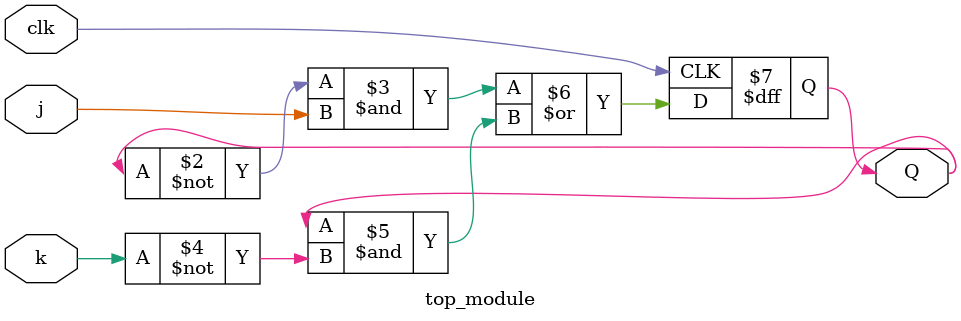
<source format=v>
module top_module (
    input clk,
    input j,
    input k,
    output Q); 
    
    always @(posedge clk) begin
        Q <= ~Q&j | Q&~k;
    end

endmodule
</source>
